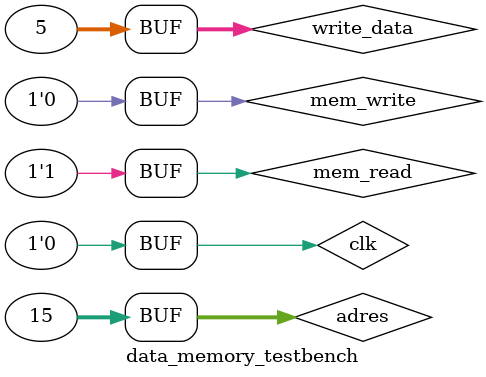
<source format=v>
`timescale 1ns / 1ps
module  data_memory_testbench();
reg clk;
reg  [31:0]adres;  
reg [31:0]write_data;  
wire [31:0]read_data ;
reg  mem_read;
reg  mem_write;
data uut(.adres(adres),.write_data(write_data),.read_data(read_data),.mem_read(mem_read),.mem_write(mem_write));
initial begin
clk=0;
adres =0;
write_data=0;
mem_read=0;
mem_write=0;
# 10 
mem_write =1;
     adres=32'b00000000000000000000000000000001;
write_data=32'b00000000000000000000000000000111;
#10  adres=32'b00000000000000000000000000000011;
write_data=32'b00000000000000000000000000001111;
#10  adres=32'b00000000000000000000000000000010;
write_data=32'b00000000000000000000000000000101;
#10 mem_write=0;
mem_read =1;
#10 adres=32'b00000000000000000000000000000001;// data stored in the address 1 will be forwarded
#10 adres=32'b00000000000000000000000000000011;
#10 adres=32'b00000000000000000000000000000010;
#10 adres=32'b00000000000000000000000000001111;// no data so output is zero
end
endmodule

</source>
